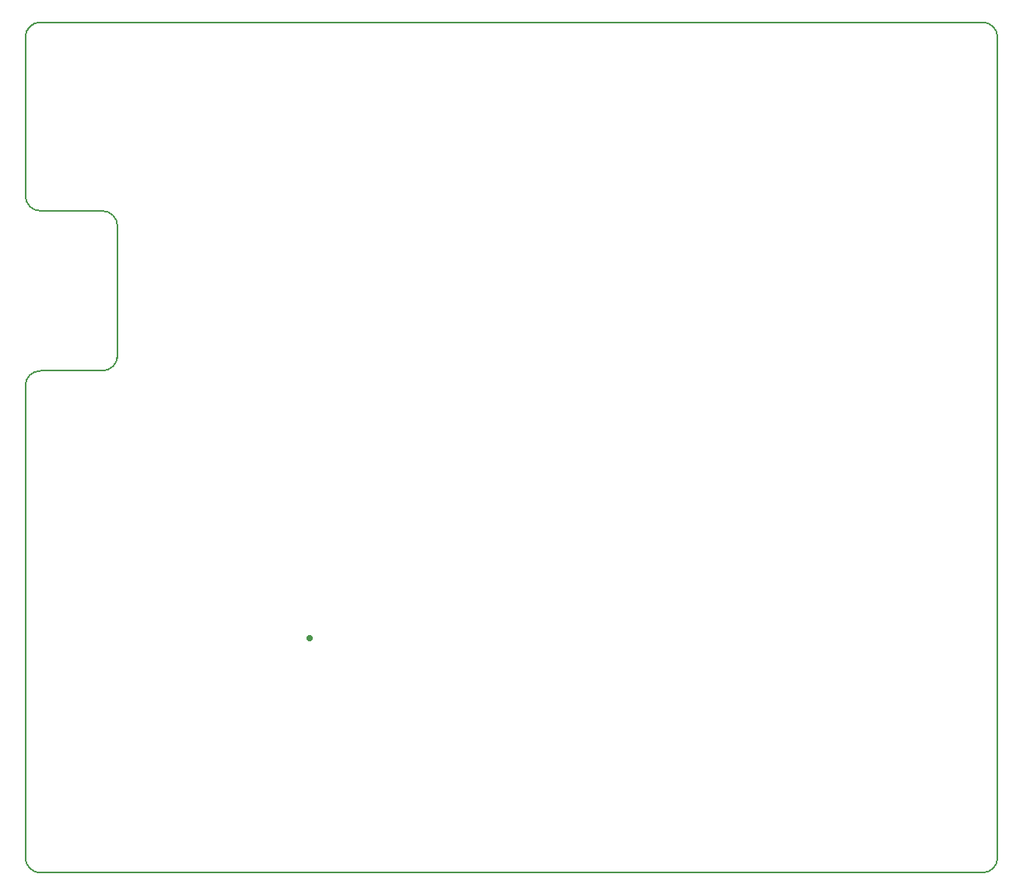
<source format=gbr>
G04 start of page 6 for group 4 idx 4 *
G04 Title: 971 BBB Cape, outline *
G04 Creator: pcb 20110918 *
G04 CreationDate: Mon Jan 20 21:04:42 2014 UTC *
G04 For: brians *
G04 Format: Gerber/RS-274X *
G04 PCB-Dimensions: 500000 400000 *
G04 PCB-Coordinate-Origin: lower left *
%MOIN*%
%FSLAX25Y25*%
%LNOUTLINE*%
%ADD273C,0.0250*%
%ADD272C,0.0080*%
G54D272*X68000Y42000D02*Y244000D01*
X74500Y250500D02*X101000D01*
X107500Y256000D02*Y312500D01*
X101000Y319000D02*X74500D01*
X68000Y325500D02*Y393300D01*
X484600D02*Y42000D01*
X479100Y35500D02*X73500D01*
G54D273*X189949Y136059D02*X189890Y136000D01*
G54D272*X74500Y399800D02*X478100D01*
X74500Y35500D02*G75*G02X68000Y42000I0J6500D01*G01*
Y244000D02*G75*G02X74500Y250500I6500J0D01*G01*
X107500Y257000D02*G75*G02X101000Y250500I-6500J0D01*G01*
Y319000D02*G75*G02X107500Y312500I0J-6500D01*G01*
X74500Y319000D02*G75*G02X68000Y325500I0J6500D01*G01*
X478100Y399800D02*G75*G02X484600Y393300I0J-6500D01*G01*
Y42000D02*G75*G02X478100Y35500I-6500J0D01*G01*
X68000Y393300D02*G75*G02X74500Y399800I6500J0D01*G01*
M02*

</source>
